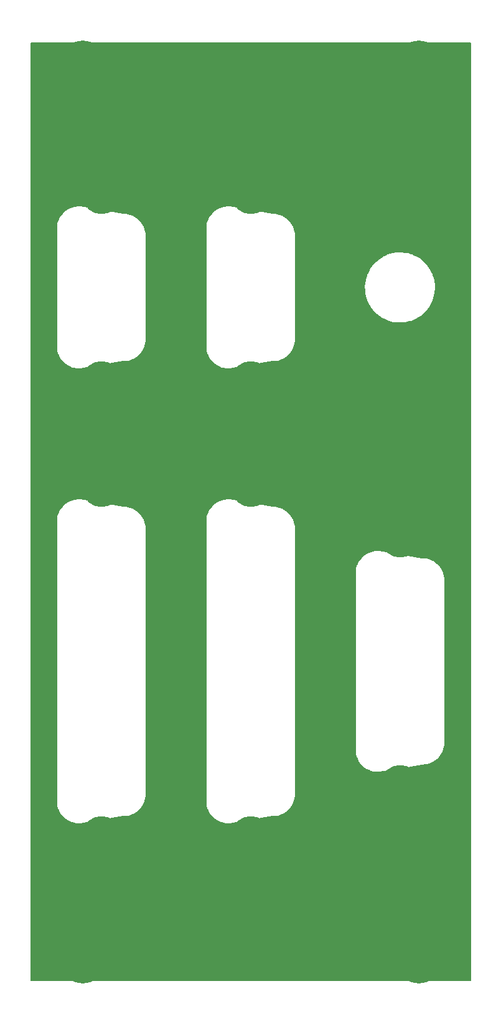
<source format=gbl>
G04 #@! TF.GenerationSoftware,KiCad,Pcbnew,(6.0.9-0)*
G04 #@! TF.CreationDate,2023-02-07T08:35:36+01:00*
G04 #@! TF.ProjectId,fp_da20_panel,66705f64-6132-4305-9f70-616e656c2e6b,A*
G04 #@! TF.SameCoordinates,Original*
G04 #@! TF.FileFunction,Copper,L2,Bot*
G04 #@! TF.FilePolarity,Positive*
%FSLAX46Y46*%
G04 Gerber Fmt 4.6, Leading zero omitted, Abs format (unit mm)*
G04 Created by KiCad (PCBNEW (6.0.9-0)) date 2023-02-07 08:35:36*
%MOMM*%
%LPD*%
G01*
G04 APERTURE LIST*
G04 #@! TA.AperFunction,ComponentPad*
%ADD10C,5.600000*%
G04 #@! TD*
G04 #@! TA.AperFunction,ComponentPad*
%ADD11C,5.000000*%
G04 #@! TD*
G04 APERTURE END LIST*
D10*
X109220000Y-40350000D03*
X63500000Y-40350000D03*
X109220000Y-162850000D03*
D11*
X86360000Y-83620000D03*
X86360000Y-58620000D03*
D10*
X63500000Y-162850000D03*
D11*
X66040000Y-145420000D03*
X66040000Y-98420000D03*
X106680000Y-138520000D03*
X106680000Y-105320000D03*
X86360000Y-145420000D03*
X86360000Y-98420000D03*
X66040000Y-58620000D03*
X66040000Y-83620000D03*
G04 #@! TA.AperFunction,Conductor*
G36*
X116273621Y-37853502D02*
G01*
X116320114Y-37907158D01*
X116331500Y-37959500D01*
X116331500Y-165240500D01*
X116311498Y-165308621D01*
X116257842Y-165355114D01*
X116205500Y-165366500D01*
X56514500Y-165366500D01*
X56446379Y-165346498D01*
X56399886Y-165292842D01*
X56388500Y-165240500D01*
X56388500Y-140913724D01*
X60026309Y-140913724D01*
X60027472Y-140922625D01*
X60027452Y-140924296D01*
X60027788Y-140927970D01*
X60043874Y-141234905D01*
X60093204Y-141546361D01*
X60174820Y-141850954D01*
X60287826Y-142145347D01*
X60289324Y-142148287D01*
X60396723Y-142359068D01*
X60430987Y-142426315D01*
X60602732Y-142690779D01*
X60801180Y-142935842D01*
X61024158Y-143158820D01*
X61269221Y-143357268D01*
X61533686Y-143529013D01*
X61814653Y-143672174D01*
X62109046Y-143785180D01*
X62413639Y-143866796D01*
X62579060Y-143892996D01*
X62721847Y-143915612D01*
X62721855Y-143915613D01*
X62725095Y-143916126D01*
X62966656Y-143928785D01*
X62971770Y-143929053D01*
X62971696Y-143930457D01*
X62975614Y-143929974D01*
X62975652Y-143929257D01*
X62977486Y-143929353D01*
X62979713Y-143929470D01*
X62979714Y-143929470D01*
X62995892Y-143930318D01*
X63006394Y-143930868D01*
X63020689Y-143932439D01*
X63027448Y-143933576D01*
X63033832Y-143933654D01*
X63035135Y-143933670D01*
X63035139Y-143933670D01*
X63040000Y-143933729D01*
X63067926Y-143929730D01*
X63074526Y-143928785D01*
X63080095Y-143928142D01*
X63084522Y-143928094D01*
X63089319Y-143927295D01*
X63089325Y-143927294D01*
X63114722Y-143923061D01*
X63117464Y-143922635D01*
X63184187Y-143913080D01*
X63188625Y-143911062D01*
X63193759Y-143909888D01*
X65539631Y-143518909D01*
X69058254Y-142932472D01*
X69072357Y-142930933D01*
X69354905Y-142916126D01*
X69358145Y-142915613D01*
X69358153Y-142915612D01*
X69500940Y-142892996D01*
X69666361Y-142866796D01*
X69970954Y-142785180D01*
X70265347Y-142672174D01*
X70319287Y-142644690D01*
X70543376Y-142530511D01*
X70543383Y-142530507D01*
X70546315Y-142529013D01*
X70810779Y-142357268D01*
X71055842Y-142158820D01*
X71278820Y-141935842D01*
X71477268Y-141690779D01*
X71649013Y-141426315D01*
X71792174Y-141145347D01*
X71881085Y-140913724D01*
X80346309Y-140913724D01*
X80347472Y-140922625D01*
X80347452Y-140924296D01*
X80347788Y-140927970D01*
X80363874Y-141234905D01*
X80413204Y-141546361D01*
X80494820Y-141850954D01*
X80607826Y-142145347D01*
X80609324Y-142148287D01*
X80716723Y-142359068D01*
X80750987Y-142426315D01*
X80922732Y-142690779D01*
X81121180Y-142935842D01*
X81344158Y-143158820D01*
X81589221Y-143357268D01*
X81853686Y-143529013D01*
X82134653Y-143672174D01*
X82429046Y-143785180D01*
X82733639Y-143866796D01*
X82899060Y-143892996D01*
X83041847Y-143915612D01*
X83041855Y-143915613D01*
X83045095Y-143916126D01*
X83286656Y-143928785D01*
X83291770Y-143929053D01*
X83291696Y-143930457D01*
X83295614Y-143929974D01*
X83295652Y-143929257D01*
X83297486Y-143929353D01*
X83299713Y-143929470D01*
X83299714Y-143929470D01*
X83315892Y-143930318D01*
X83326394Y-143930868D01*
X83340689Y-143932439D01*
X83347448Y-143933576D01*
X83353832Y-143933654D01*
X83355135Y-143933670D01*
X83355139Y-143933670D01*
X83360000Y-143933729D01*
X83387926Y-143929730D01*
X83394526Y-143928785D01*
X83400095Y-143928142D01*
X83404522Y-143928094D01*
X83409319Y-143927295D01*
X83409325Y-143927294D01*
X83434722Y-143923061D01*
X83437464Y-143922635D01*
X83504187Y-143913080D01*
X83508625Y-143911062D01*
X83513759Y-143909888D01*
X85859631Y-143518909D01*
X89378254Y-142932472D01*
X89392357Y-142930933D01*
X89674905Y-142916126D01*
X89678145Y-142915613D01*
X89678153Y-142915612D01*
X89820940Y-142892996D01*
X89986361Y-142866796D01*
X90290954Y-142785180D01*
X90585347Y-142672174D01*
X90639287Y-142644690D01*
X90863376Y-142530511D01*
X90863383Y-142530507D01*
X90866315Y-142529013D01*
X91130779Y-142357268D01*
X91375842Y-142158820D01*
X91598820Y-141935842D01*
X91797268Y-141690779D01*
X91969013Y-141426315D01*
X92112174Y-141145347D01*
X92225180Y-140850954D01*
X92306796Y-140546361D01*
X92356126Y-140234905D01*
X92370868Y-139953606D01*
X92372439Y-139939311D01*
X92373576Y-139932552D01*
X92373729Y-139920000D01*
X92369773Y-139892376D01*
X92368500Y-139874514D01*
X92368500Y-133913724D01*
X100666309Y-133913724D01*
X100667472Y-133922625D01*
X100667452Y-133924296D01*
X100667788Y-133927970D01*
X100683874Y-134234905D01*
X100733204Y-134546361D01*
X100814820Y-134850954D01*
X100927826Y-135145347D01*
X100929324Y-135148287D01*
X101036723Y-135359068D01*
X101070987Y-135426315D01*
X101242732Y-135690779D01*
X101441180Y-135935842D01*
X101664158Y-136158820D01*
X101909221Y-136357268D01*
X102173686Y-136529013D01*
X102454653Y-136672174D01*
X102749046Y-136785180D01*
X103053639Y-136866796D01*
X103219060Y-136892996D01*
X103361847Y-136915612D01*
X103361855Y-136915613D01*
X103365095Y-136916126D01*
X103606656Y-136928785D01*
X103611770Y-136929053D01*
X103611696Y-136930457D01*
X103615614Y-136929974D01*
X103615652Y-136929257D01*
X103617486Y-136929353D01*
X103619713Y-136929470D01*
X103619714Y-136929470D01*
X103635892Y-136930318D01*
X103646394Y-136930868D01*
X103660689Y-136932439D01*
X103667448Y-136933576D01*
X103673832Y-136933654D01*
X103675135Y-136933670D01*
X103675139Y-136933670D01*
X103680000Y-136933729D01*
X103707926Y-136929730D01*
X103714526Y-136928785D01*
X103720095Y-136928142D01*
X103724522Y-136928094D01*
X103729319Y-136927295D01*
X103729325Y-136927294D01*
X103754722Y-136923061D01*
X103757464Y-136922635D01*
X103824187Y-136913080D01*
X103828625Y-136911062D01*
X103833759Y-136909888D01*
X106179631Y-136518909D01*
X109698254Y-135932472D01*
X109712357Y-135930933D01*
X109994905Y-135916126D01*
X109998145Y-135915613D01*
X109998153Y-135915612D01*
X110140940Y-135892996D01*
X110306361Y-135866796D01*
X110610954Y-135785180D01*
X110905347Y-135672174D01*
X110959287Y-135644690D01*
X111183376Y-135530511D01*
X111183383Y-135530507D01*
X111186315Y-135529013D01*
X111450779Y-135357268D01*
X111695842Y-135158820D01*
X111918820Y-134935842D01*
X112117268Y-134690779D01*
X112289013Y-134426315D01*
X112432174Y-134145347D01*
X112545180Y-133850954D01*
X112626796Y-133546361D01*
X112676126Y-133234905D01*
X112690868Y-132953606D01*
X112692439Y-132939311D01*
X112693576Y-132932552D01*
X112693729Y-132920000D01*
X112689773Y-132892376D01*
X112688500Y-132874514D01*
X112688500Y-110973250D01*
X112690246Y-110952345D01*
X112692770Y-110937344D01*
X112692770Y-110937341D01*
X112693576Y-110932552D01*
X112693729Y-110920000D01*
X112692798Y-110913497D01*
X112691697Y-110902225D01*
X112676126Y-110605095D01*
X112626796Y-110293639D01*
X112545180Y-109989046D01*
X112519686Y-109922630D01*
X112433358Y-109697738D01*
X112432174Y-109694653D01*
X112289013Y-109413686D01*
X112117268Y-109149221D01*
X111918820Y-108904158D01*
X111695842Y-108681180D01*
X111450779Y-108482732D01*
X111186315Y-108310987D01*
X111183383Y-108309493D01*
X111183376Y-108309489D01*
X110908287Y-108169324D01*
X110905347Y-108167826D01*
X110610954Y-108054820D01*
X110306361Y-107973204D01*
X110131686Y-107945538D01*
X109998153Y-107924388D01*
X109998145Y-107924387D01*
X109994905Y-107923874D01*
X109834934Y-107915491D01*
X109713606Y-107909132D01*
X109699311Y-107907561D01*
X109692552Y-107906424D01*
X109691826Y-107906415D01*
X109690760Y-107906279D01*
X103790336Y-106922875D01*
X103790146Y-106922843D01*
X103697347Y-106907230D01*
X103697338Y-106907229D01*
X103692552Y-106906424D01*
X103686276Y-106906348D01*
X103684859Y-106906330D01*
X103684856Y-106906330D01*
X103680000Y-106906271D01*
X103675191Y-106906960D01*
X103675187Y-106906960D01*
X103674127Y-106907112D01*
X103673497Y-106907202D01*
X103662233Y-106908302D01*
X103632216Y-106909875D01*
X103629625Y-106909913D01*
X103628176Y-106910087D01*
X103627487Y-106910123D01*
X103618837Y-106909925D01*
X103618823Y-106909925D01*
X103618829Y-106909648D01*
X103615727Y-106909128D01*
X103615811Y-106910735D01*
X103365095Y-106923874D01*
X103361855Y-106924387D01*
X103361847Y-106924388D01*
X103219060Y-106947004D01*
X103053639Y-106973204D01*
X102749046Y-107054820D01*
X102454653Y-107167826D01*
X102173686Y-107310987D01*
X101909221Y-107482732D01*
X101664158Y-107681180D01*
X101441180Y-107904158D01*
X101242732Y-108149221D01*
X101070987Y-108413686D01*
X100927826Y-108694653D01*
X100814820Y-108989046D01*
X100733204Y-109293639D01*
X100683874Y-109605095D01*
X100683702Y-109608385D01*
X100668743Y-109893827D01*
X100667704Y-109903841D01*
X100667692Y-109904846D01*
X100666309Y-109913724D01*
X100668771Y-109932552D01*
X100670436Y-109945283D01*
X100671500Y-109961621D01*
X100671500Y-133870633D01*
X100670000Y-133890018D01*
X100666309Y-133913724D01*
X92368500Y-133913724D01*
X92368500Y-103973250D01*
X92370246Y-103952345D01*
X92372770Y-103937344D01*
X92372770Y-103937341D01*
X92373576Y-103932552D01*
X92373729Y-103920000D01*
X92372798Y-103913497D01*
X92371697Y-103902225D01*
X92356126Y-103605095D01*
X92306796Y-103293639D01*
X92225180Y-102989046D01*
X92199686Y-102922630D01*
X92113358Y-102697738D01*
X92112174Y-102694653D01*
X91969013Y-102413686D01*
X91797268Y-102149221D01*
X91598820Y-101904158D01*
X91375842Y-101681180D01*
X91130779Y-101482732D01*
X90866315Y-101310987D01*
X90863383Y-101309493D01*
X90863376Y-101309489D01*
X90588287Y-101169324D01*
X90585347Y-101167826D01*
X90290954Y-101054820D01*
X89986361Y-100973204D01*
X89811686Y-100945538D01*
X89678153Y-100924388D01*
X89678145Y-100924387D01*
X89674905Y-100923874D01*
X89514934Y-100915491D01*
X89393606Y-100909132D01*
X89379311Y-100907561D01*
X89372552Y-100906424D01*
X89371826Y-100906415D01*
X89370760Y-100906279D01*
X83470336Y-99922875D01*
X83470146Y-99922843D01*
X83377347Y-99907230D01*
X83377338Y-99907229D01*
X83372552Y-99906424D01*
X83366276Y-99906347D01*
X83364859Y-99906330D01*
X83364856Y-99906330D01*
X83360000Y-99906271D01*
X83355191Y-99906960D01*
X83355187Y-99906960D01*
X83354127Y-99907112D01*
X83353497Y-99907202D01*
X83342233Y-99908302D01*
X83312216Y-99909875D01*
X83309625Y-99909913D01*
X83308176Y-99910087D01*
X83307487Y-99910123D01*
X83298837Y-99909925D01*
X83298823Y-99909925D01*
X83298829Y-99909648D01*
X83295727Y-99909128D01*
X83295811Y-99910735D01*
X83045095Y-99923874D01*
X83041855Y-99924387D01*
X83041847Y-99924388D01*
X82899060Y-99947004D01*
X82733639Y-99973204D01*
X82429046Y-100054820D01*
X82134653Y-100167826D01*
X81853686Y-100310987D01*
X81589221Y-100482732D01*
X81344158Y-100681180D01*
X81121180Y-100904158D01*
X80922732Y-101149221D01*
X80750987Y-101413686D01*
X80607826Y-101694653D01*
X80494820Y-101989046D01*
X80413204Y-102293639D01*
X80363874Y-102605095D01*
X80363702Y-102608385D01*
X80348743Y-102893827D01*
X80347704Y-102903841D01*
X80347692Y-102904846D01*
X80346309Y-102913724D01*
X80348771Y-102932552D01*
X80350436Y-102945283D01*
X80351500Y-102961621D01*
X80351500Y-140870633D01*
X80350000Y-140890018D01*
X80346309Y-140913724D01*
X71881085Y-140913724D01*
X71905180Y-140850954D01*
X71986796Y-140546361D01*
X72036126Y-140234905D01*
X72050868Y-139953606D01*
X72052439Y-139939311D01*
X72053576Y-139932552D01*
X72053729Y-139920000D01*
X72049773Y-139892376D01*
X72048500Y-139874514D01*
X72048500Y-103973250D01*
X72050246Y-103952345D01*
X72052770Y-103937344D01*
X72052770Y-103937341D01*
X72053576Y-103932552D01*
X72053729Y-103920000D01*
X72052798Y-103913497D01*
X72051697Y-103902225D01*
X72036126Y-103605095D01*
X71986796Y-103293639D01*
X71905180Y-102989046D01*
X71879686Y-102922630D01*
X71793358Y-102697738D01*
X71792174Y-102694653D01*
X71649013Y-102413686D01*
X71477268Y-102149221D01*
X71278820Y-101904158D01*
X71055842Y-101681180D01*
X70810779Y-101482732D01*
X70546315Y-101310987D01*
X70543383Y-101309493D01*
X70543376Y-101309489D01*
X70268287Y-101169324D01*
X70265347Y-101167826D01*
X69970954Y-101054820D01*
X69666361Y-100973204D01*
X69491686Y-100945538D01*
X69358153Y-100924388D01*
X69358145Y-100924387D01*
X69354905Y-100923874D01*
X69194934Y-100915491D01*
X69073606Y-100909132D01*
X69059311Y-100907561D01*
X69052552Y-100906424D01*
X69051826Y-100906415D01*
X69050760Y-100906279D01*
X63150336Y-99922875D01*
X63150146Y-99922843D01*
X63057347Y-99907230D01*
X63057338Y-99907229D01*
X63052552Y-99906424D01*
X63046276Y-99906347D01*
X63044859Y-99906330D01*
X63044856Y-99906330D01*
X63040000Y-99906271D01*
X63035191Y-99906960D01*
X63035187Y-99906960D01*
X63034127Y-99907112D01*
X63033497Y-99907202D01*
X63022233Y-99908302D01*
X62992216Y-99909875D01*
X62989625Y-99909913D01*
X62988176Y-99910087D01*
X62987487Y-99910123D01*
X62978837Y-99909925D01*
X62978823Y-99909925D01*
X62978829Y-99909648D01*
X62975727Y-99909128D01*
X62975811Y-99910735D01*
X62725095Y-99923874D01*
X62721855Y-99924387D01*
X62721847Y-99924388D01*
X62579060Y-99947004D01*
X62413639Y-99973204D01*
X62109046Y-100054820D01*
X61814653Y-100167826D01*
X61533686Y-100310987D01*
X61269221Y-100482732D01*
X61024158Y-100681180D01*
X60801180Y-100904158D01*
X60602732Y-101149221D01*
X60430987Y-101413686D01*
X60287826Y-101694653D01*
X60174820Y-101989046D01*
X60093204Y-102293639D01*
X60043874Y-102605095D01*
X60043702Y-102608385D01*
X60028743Y-102893827D01*
X60027704Y-102903841D01*
X60027692Y-102904846D01*
X60026309Y-102913724D01*
X60028771Y-102932552D01*
X60030436Y-102945283D01*
X60031500Y-102961621D01*
X60031500Y-140870633D01*
X60030000Y-140890018D01*
X60026309Y-140913724D01*
X56388500Y-140913724D01*
X56388500Y-79113724D01*
X60026309Y-79113724D01*
X60027472Y-79122625D01*
X60027452Y-79124296D01*
X60027788Y-79127970D01*
X60043874Y-79434905D01*
X60093204Y-79746361D01*
X60174820Y-80050954D01*
X60287826Y-80345347D01*
X60289324Y-80348287D01*
X60396723Y-80559068D01*
X60430987Y-80626315D01*
X60602732Y-80890779D01*
X60801180Y-81135842D01*
X61024158Y-81358820D01*
X61269221Y-81557268D01*
X61533686Y-81729013D01*
X61814653Y-81872174D01*
X62109046Y-81985180D01*
X62413639Y-82066796D01*
X62579060Y-82092996D01*
X62721847Y-82115612D01*
X62721855Y-82115613D01*
X62725095Y-82116126D01*
X62966656Y-82128785D01*
X62971770Y-82129053D01*
X62971696Y-82130457D01*
X62975614Y-82129974D01*
X62975652Y-82129257D01*
X62977486Y-82129353D01*
X62979713Y-82129470D01*
X62979714Y-82129470D01*
X62995892Y-82130318D01*
X63006394Y-82130868D01*
X63020689Y-82132439D01*
X63027448Y-82133576D01*
X63033832Y-82133654D01*
X63035135Y-82133670D01*
X63035139Y-82133670D01*
X63040000Y-82133729D01*
X63067926Y-82129730D01*
X63074526Y-82128785D01*
X63080095Y-82128142D01*
X63084522Y-82128094D01*
X63089319Y-82127295D01*
X63089325Y-82127294D01*
X63114722Y-82123061D01*
X63117464Y-82122635D01*
X63184187Y-82113080D01*
X63188625Y-82111062D01*
X63193759Y-82109888D01*
X65539631Y-81718909D01*
X69058254Y-81132472D01*
X69072357Y-81130933D01*
X69354905Y-81116126D01*
X69358145Y-81115613D01*
X69358153Y-81115612D01*
X69500940Y-81092996D01*
X69666361Y-81066796D01*
X69970954Y-80985180D01*
X70265347Y-80872174D01*
X70319287Y-80844690D01*
X70543376Y-80730511D01*
X70543383Y-80730507D01*
X70546315Y-80729013D01*
X70810779Y-80557268D01*
X71055842Y-80358820D01*
X71278820Y-80135842D01*
X71477268Y-79890779D01*
X71649013Y-79626315D01*
X71792174Y-79345347D01*
X71881085Y-79113724D01*
X80346309Y-79113724D01*
X80347472Y-79122625D01*
X80347452Y-79124296D01*
X80347788Y-79127970D01*
X80363874Y-79434905D01*
X80413204Y-79746361D01*
X80494820Y-80050954D01*
X80607826Y-80345347D01*
X80609324Y-80348287D01*
X80716723Y-80559068D01*
X80750987Y-80626315D01*
X80922732Y-80890779D01*
X81121180Y-81135842D01*
X81344158Y-81358820D01*
X81589221Y-81557268D01*
X81853686Y-81729013D01*
X82134653Y-81872174D01*
X82429046Y-81985180D01*
X82733639Y-82066796D01*
X82899060Y-82092996D01*
X83041847Y-82115612D01*
X83041855Y-82115613D01*
X83045095Y-82116126D01*
X83286656Y-82128785D01*
X83291770Y-82129053D01*
X83291696Y-82130457D01*
X83295614Y-82129974D01*
X83295652Y-82129257D01*
X83297486Y-82129353D01*
X83299713Y-82129470D01*
X83299714Y-82129470D01*
X83315892Y-82130318D01*
X83326394Y-82130868D01*
X83340689Y-82132439D01*
X83347448Y-82133576D01*
X83353832Y-82133654D01*
X83355135Y-82133670D01*
X83355139Y-82133670D01*
X83360000Y-82133729D01*
X83387926Y-82129730D01*
X83394526Y-82128785D01*
X83400095Y-82128142D01*
X83404522Y-82128094D01*
X83409319Y-82127295D01*
X83409325Y-82127294D01*
X83434722Y-82123061D01*
X83437464Y-82122635D01*
X83504187Y-82113080D01*
X83508625Y-82111062D01*
X83513759Y-82109888D01*
X85859631Y-81718909D01*
X89378254Y-81132472D01*
X89392357Y-81130933D01*
X89674905Y-81116126D01*
X89678145Y-81115613D01*
X89678153Y-81115612D01*
X89820940Y-81092996D01*
X89986361Y-81066796D01*
X90290954Y-80985180D01*
X90585347Y-80872174D01*
X90639287Y-80844690D01*
X90863376Y-80730511D01*
X90863383Y-80730507D01*
X90866315Y-80729013D01*
X91130779Y-80557268D01*
X91375842Y-80358820D01*
X91598820Y-80135842D01*
X91797268Y-79890779D01*
X91969013Y-79626315D01*
X92112174Y-79345347D01*
X92225180Y-79050954D01*
X92306796Y-78746361D01*
X92356126Y-78434905D01*
X92370868Y-78153606D01*
X92372439Y-78139311D01*
X92373576Y-78132552D01*
X92373729Y-78120000D01*
X92369773Y-78092376D01*
X92368500Y-78074514D01*
X92368500Y-70995311D01*
X101918336Y-70995311D01*
X101920382Y-71106940D01*
X101926103Y-71419090D01*
X101971511Y-71840500D01*
X102054200Y-72256205D01*
X102173515Y-72662915D01*
X102328513Y-73057407D01*
X102329768Y-73059918D01*
X102497328Y-73395259D01*
X102517964Y-73436559D01*
X102740370Y-73797370D01*
X102993970Y-74136981D01*
X102995831Y-74139059D01*
X102995832Y-74139060D01*
X103242777Y-74414768D01*
X103276755Y-74452704D01*
X103278792Y-74454607D01*
X103278799Y-74454614D01*
X103472823Y-74635860D01*
X103586487Y-74742039D01*
X103920712Y-75002695D01*
X104276786Y-75232609D01*
X104279265Y-75233913D01*
X104279268Y-75233915D01*
X104649387Y-75428644D01*
X104649393Y-75428647D01*
X104651887Y-75429959D01*
X104654485Y-75431043D01*
X104654489Y-75431045D01*
X105040463Y-75592106D01*
X105040468Y-75592108D01*
X105043047Y-75593184D01*
X105045713Y-75594027D01*
X105045718Y-75594029D01*
X105265871Y-75663654D01*
X105447168Y-75720991D01*
X105861051Y-75812367D01*
X105863825Y-75812725D01*
X105863826Y-75812725D01*
X106278647Y-75866233D01*
X106278657Y-75866234D01*
X106281418Y-75866590D01*
X106284205Y-75866700D01*
X106284211Y-75866700D01*
X106530786Y-75876388D01*
X106704940Y-75883231D01*
X106707731Y-75883092D01*
X106707737Y-75883092D01*
X107125462Y-75862296D01*
X107125471Y-75862295D01*
X107128266Y-75862156D01*
X107131043Y-75861768D01*
X107131045Y-75861768D01*
X107204570Y-75851500D01*
X107548042Y-75803534D01*
X107550752Y-75802906D01*
X107550762Y-75802904D01*
X107958218Y-75708460D01*
X107960945Y-75707828D01*
X108172549Y-75638461D01*
X108361052Y-75576667D01*
X108361058Y-75576665D01*
X108363705Y-75575797D01*
X108753135Y-75408485D01*
X109126149Y-75207217D01*
X109479795Y-74973587D01*
X109811273Y-74709445D01*
X110117958Y-74416883D01*
X110397421Y-74098216D01*
X110401742Y-74092302D01*
X110645792Y-73758238D01*
X110645795Y-73758233D01*
X110647450Y-73755968D01*
X110648894Y-73753570D01*
X110648901Y-73753559D01*
X110864615Y-73395259D01*
X110864620Y-73395250D01*
X110866066Y-73392848D01*
X111051537Y-73011733D01*
X111202395Y-72615639D01*
X111211905Y-72581921D01*
X111316679Y-72210415D01*
X111317444Y-72207703D01*
X111382917Y-71859535D01*
X111395260Y-71793900D01*
X111395261Y-71793892D01*
X111395776Y-71791154D01*
X111403907Y-71707480D01*
X111436553Y-71371509D01*
X111436554Y-71371497D01*
X111436768Y-71369292D01*
X111443296Y-71120000D01*
X111424438Y-70696570D01*
X111368015Y-70276493D01*
X111339697Y-70151343D01*
X111275089Y-69865823D01*
X111274472Y-69863095D01*
X111144552Y-69459648D01*
X111094228Y-69340803D01*
X110980375Y-69071930D01*
X110980369Y-69071918D01*
X110979281Y-69069348D01*
X110779969Y-68695285D01*
X110548194Y-68340420D01*
X110470941Y-68242424D01*
X110287521Y-68009757D01*
X110287519Y-68009755D01*
X110285792Y-68007564D01*
X109994839Y-67699352D01*
X109992748Y-67697499D01*
X109992740Y-67697491D01*
X109679739Y-67420085D01*
X109679737Y-67420083D01*
X109677639Y-67418224D01*
X109336705Y-67166406D01*
X109145795Y-67050102D01*
X108977124Y-66947347D01*
X108977117Y-66947343D01*
X108974735Y-66945892D01*
X108853451Y-66886081D01*
X108597110Y-66759668D01*
X108594596Y-66758428D01*
X108592000Y-66757424D01*
X108591987Y-66757418D01*
X108294196Y-66642212D01*
X108199298Y-66605499D01*
X107955305Y-66535304D01*
X107794650Y-66489085D01*
X107794644Y-66489083D01*
X107791969Y-66488314D01*
X107789232Y-66487785D01*
X107789226Y-66487783D01*
X107645914Y-66460056D01*
X107375837Y-66407803D01*
X106954194Y-66364602D01*
X106951404Y-66364565D01*
X106951396Y-66364565D01*
X106686380Y-66361096D01*
X106530381Y-66359054D01*
X106107753Y-66391203D01*
X106104990Y-66391663D01*
X106104989Y-66391663D01*
X105692430Y-66460331D01*
X105692427Y-66460332D01*
X105689655Y-66460793D01*
X105686944Y-66461497D01*
X105686933Y-66461499D01*
X105282117Y-66566569D01*
X105282106Y-66566572D01*
X105279399Y-66567275D01*
X105024428Y-66658317D01*
X104882875Y-66708860D01*
X104882870Y-66708862D01*
X104880232Y-66709804D01*
X104877692Y-66710975D01*
X104877687Y-66710977D01*
X104772069Y-66759668D01*
X104495316Y-66887253D01*
X104127698Y-67098216D01*
X104125406Y-67099818D01*
X104125398Y-67099823D01*
X103782584Y-67339419D01*
X103780289Y-67341023D01*
X103455839Y-67613752D01*
X103156918Y-67914242D01*
X102885892Y-68240115D01*
X102644908Y-68588791D01*
X102435872Y-68957509D01*
X102434713Y-68960058D01*
X102434711Y-68960062D01*
X102261598Y-69340803D01*
X102261593Y-69340814D01*
X102260441Y-69343349D01*
X102259519Y-69345975D01*
X102259514Y-69345987D01*
X102179574Y-69573626D01*
X102120004Y-69743256D01*
X102015672Y-70154064D01*
X101948271Y-70572520D01*
X101918336Y-70995311D01*
X92368500Y-70995311D01*
X92368500Y-64173250D01*
X92370246Y-64152345D01*
X92372770Y-64137344D01*
X92372770Y-64137341D01*
X92373576Y-64132552D01*
X92373729Y-64120000D01*
X92372798Y-64113497D01*
X92371697Y-64102225D01*
X92356126Y-63805095D01*
X92306796Y-63493639D01*
X92225180Y-63189046D01*
X92199686Y-63122630D01*
X92113358Y-62897738D01*
X92112174Y-62894653D01*
X91969013Y-62613686D01*
X91797268Y-62349221D01*
X91598820Y-62104158D01*
X91375842Y-61881180D01*
X91130779Y-61682732D01*
X90866315Y-61510987D01*
X90863383Y-61509493D01*
X90863376Y-61509489D01*
X90588287Y-61369324D01*
X90585347Y-61367826D01*
X90290954Y-61254820D01*
X89986361Y-61173204D01*
X89811686Y-61145538D01*
X89678153Y-61124388D01*
X89678145Y-61124387D01*
X89674905Y-61123874D01*
X89514934Y-61115491D01*
X89393606Y-61109132D01*
X89379311Y-61107561D01*
X89372552Y-61106424D01*
X89371826Y-61106415D01*
X89370760Y-61106279D01*
X83470336Y-60122875D01*
X83470146Y-60122843D01*
X83377347Y-60107230D01*
X83377338Y-60107229D01*
X83372552Y-60106424D01*
X83366276Y-60106348D01*
X83364859Y-60106330D01*
X83364856Y-60106330D01*
X83360000Y-60106271D01*
X83355191Y-60106960D01*
X83355187Y-60106960D01*
X83354127Y-60107112D01*
X83353497Y-60107202D01*
X83342233Y-60108302D01*
X83312216Y-60109875D01*
X83309625Y-60109913D01*
X83308176Y-60110087D01*
X83307487Y-60110123D01*
X83298837Y-60109925D01*
X83298823Y-60109925D01*
X83298829Y-60109648D01*
X83295727Y-60109128D01*
X83295811Y-60110735D01*
X83045095Y-60123874D01*
X83041855Y-60124387D01*
X83041847Y-60124388D01*
X82899060Y-60147004D01*
X82733639Y-60173204D01*
X82429046Y-60254820D01*
X82134653Y-60367826D01*
X81853686Y-60510987D01*
X81589221Y-60682732D01*
X81344158Y-60881180D01*
X81121180Y-61104158D01*
X80922732Y-61349221D01*
X80750987Y-61613686D01*
X80607826Y-61894653D01*
X80494820Y-62189046D01*
X80413204Y-62493639D01*
X80363874Y-62805095D01*
X80363702Y-62808385D01*
X80348743Y-63093827D01*
X80347704Y-63103841D01*
X80347692Y-63104846D01*
X80346309Y-63113724D01*
X80348771Y-63132552D01*
X80350436Y-63145283D01*
X80351500Y-63161621D01*
X80351500Y-79070633D01*
X80350000Y-79090018D01*
X80346309Y-79113724D01*
X71881085Y-79113724D01*
X71905180Y-79050954D01*
X71986796Y-78746361D01*
X72036126Y-78434905D01*
X72050868Y-78153606D01*
X72052439Y-78139311D01*
X72053576Y-78132552D01*
X72053729Y-78120000D01*
X72049773Y-78092376D01*
X72048500Y-78074514D01*
X72048500Y-64173250D01*
X72050246Y-64152345D01*
X72052770Y-64137344D01*
X72052770Y-64137341D01*
X72053576Y-64132552D01*
X72053729Y-64120000D01*
X72052798Y-64113497D01*
X72051697Y-64102225D01*
X72036126Y-63805095D01*
X71986796Y-63493639D01*
X71905180Y-63189046D01*
X71879686Y-63122630D01*
X71793358Y-62897738D01*
X71792174Y-62894653D01*
X71649013Y-62613686D01*
X71477268Y-62349221D01*
X71278820Y-62104158D01*
X71055842Y-61881180D01*
X70810779Y-61682732D01*
X70546315Y-61510987D01*
X70543383Y-61509493D01*
X70543376Y-61509489D01*
X70268287Y-61369324D01*
X70265347Y-61367826D01*
X69970954Y-61254820D01*
X69666361Y-61173204D01*
X69491686Y-61145538D01*
X69358153Y-61124388D01*
X69358145Y-61124387D01*
X69354905Y-61123874D01*
X69194934Y-61115491D01*
X69073606Y-61109132D01*
X69059311Y-61107561D01*
X69052552Y-61106424D01*
X69051826Y-61106415D01*
X69050760Y-61106279D01*
X63150336Y-60122875D01*
X63150146Y-60122843D01*
X63057347Y-60107230D01*
X63057338Y-60107229D01*
X63052552Y-60106424D01*
X63046276Y-60106348D01*
X63044859Y-60106330D01*
X63044856Y-60106330D01*
X63040000Y-60106271D01*
X63035191Y-60106960D01*
X63035187Y-60106960D01*
X63034127Y-60107112D01*
X63033497Y-60107202D01*
X63022233Y-60108302D01*
X62992216Y-60109875D01*
X62989625Y-60109913D01*
X62988176Y-60110087D01*
X62987487Y-60110123D01*
X62978837Y-60109925D01*
X62978823Y-60109925D01*
X62978829Y-60109648D01*
X62975727Y-60109128D01*
X62975811Y-60110735D01*
X62725095Y-60123874D01*
X62721855Y-60124387D01*
X62721847Y-60124388D01*
X62579060Y-60147004D01*
X62413639Y-60173204D01*
X62109046Y-60254820D01*
X61814653Y-60367826D01*
X61533686Y-60510987D01*
X61269221Y-60682732D01*
X61024158Y-60881180D01*
X60801180Y-61104158D01*
X60602732Y-61349221D01*
X60430987Y-61613686D01*
X60287826Y-61894653D01*
X60174820Y-62189046D01*
X60093204Y-62493639D01*
X60043874Y-62805095D01*
X60043702Y-62808385D01*
X60028743Y-63093827D01*
X60027704Y-63103841D01*
X60027692Y-63104846D01*
X60026309Y-63113724D01*
X60028771Y-63132552D01*
X60030436Y-63145283D01*
X60031500Y-63161621D01*
X60031500Y-79070633D01*
X60030000Y-79090018D01*
X60026309Y-79113724D01*
X56388500Y-79113724D01*
X56388500Y-37959500D01*
X56408502Y-37891379D01*
X56462158Y-37844886D01*
X56514500Y-37833500D01*
X116205500Y-37833500D01*
X116273621Y-37853502D01*
G37*
G04 #@! TD.AperFunction*
M02*

</source>
